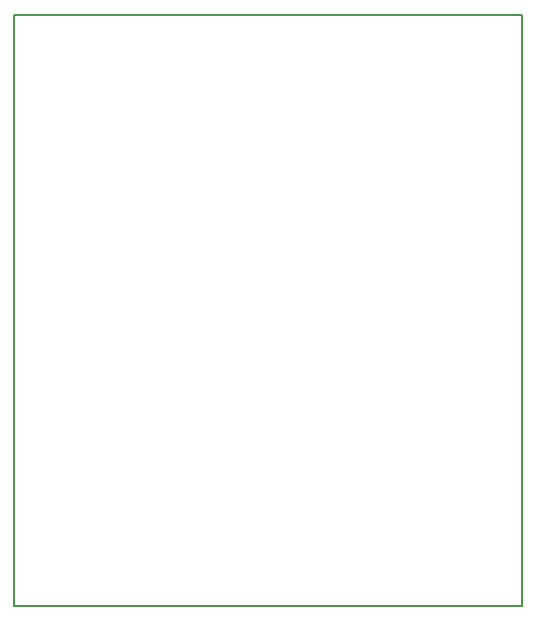
<source format=gbs>
G04 (created by PCBNEW (25-Oct-2014 BZR 4029)-stable) date Thu 30 Jul 2015 11:12:18 AM EDT*
%MOIN*%
G04 Gerber Fmt 3.4, Leading zero omitted, Abs format*
%FSLAX34Y34*%
G01*
G70*
G90*
G04 APERTURE LIST*
%ADD10C,0.00393701*%
%ADD11C,0.00787402*%
G04 APERTURE END LIST*
G54D10*
G54D11*
X41338Y-51181D02*
X41338Y-31496D01*
X58267Y-51181D02*
X41338Y-51181D01*
X58267Y-31496D02*
X58267Y-51181D01*
X41338Y-31496D02*
X58267Y-31496D01*
M02*

</source>
